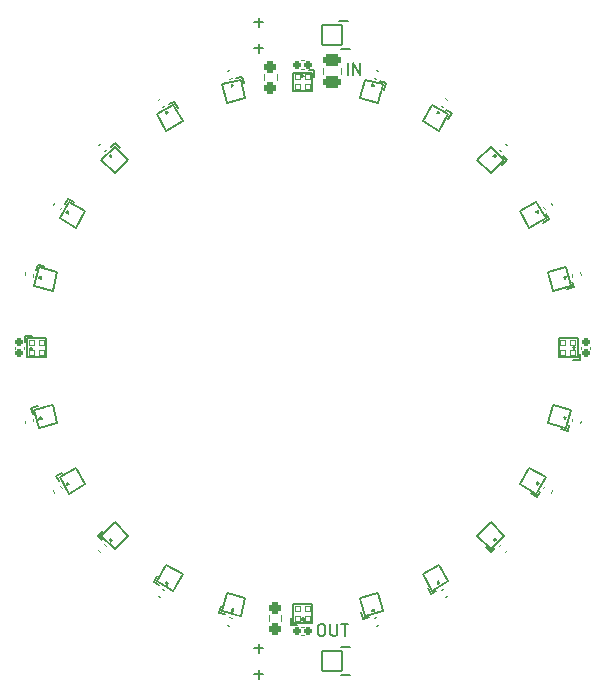
<source format=gto>
G04 #@! TF.GenerationSoftware,KiCad,Pcbnew,7.0.2-6a45011f42~172~ubuntu22.04.1*
G04 #@! TF.CreationDate,2023-05-13T10:54:30-06:00*
G04 #@! TF.ProjectId,ring-50mm,72696e67-2d35-4306-9d6d-2e6b69636164,rev?*
G04 #@! TF.SameCoordinates,Original*
G04 #@! TF.FileFunction,Legend,Top*
G04 #@! TF.FilePolarity,Positive*
%FSLAX46Y46*%
G04 Gerber Fmt 4.6, Leading zero omitted, Abs format (unit mm)*
G04 Created by KiCad (PCBNEW 7.0.2-6a45011f42~172~ubuntu22.04.1) date 2023-05-13 10:54:30*
%MOMM*%
%LPD*%
G01*
G04 APERTURE LIST*
G04 Aperture macros list*
%AMRoundRect*
0 Rectangle with rounded corners*
0 $1 Rounding radius*
0 $2 $3 $4 $5 $6 $7 $8 $9 X,Y pos of 4 corners*
0 Add a 4 corners polygon primitive as box body*
4,1,4,$2,$3,$4,$5,$6,$7,$8,$9,$2,$3,0*
0 Add four circle primitives for the rounded corners*
1,1,$1+$1,$2,$3*
1,1,$1+$1,$4,$5*
1,1,$1+$1,$6,$7*
1,1,$1+$1,$8,$9*
0 Add four rect primitives between the rounded corners*
20,1,$1+$1,$2,$3,$4,$5,0*
20,1,$1+$1,$4,$5,$6,$7,0*
20,1,$1+$1,$6,$7,$8,$9,0*
20,1,$1+$1,$8,$9,$2,$3,0*%
G04 Aperture macros list end*
%ADD10C,0.150000*%
%ADD11C,0.120000*%
%ADD12RoundRect,0.050000X-0.082356X0.307356X-0.307356X-0.082356X0.082356X-0.307356X0.307356X0.082356X0*%
%ADD13RoundRect,0.190000X0.219203X0.021213X0.021213X0.219203X-0.219203X-0.021213X-0.021213X-0.219203X0*%
%ADD14RoundRect,0.190000X-0.217224X0.036244X-0.077224X-0.206244X0.217224X-0.036244X0.077224X0.206244X0*%
%ADD15RoundRect,0.050000X0.159099X-0.275568X0.275568X0.159099X-0.159099X0.275568X-0.275568X-0.159099X0*%
%ADD16RoundRect,0.190000X-0.140000X-0.170000X0.140000X-0.170000X0.140000X0.170000X-0.140000X0.170000X0*%
%ADD17RoundRect,0.050000X0.318198X0.000000X0.000000X0.318198X-0.318198X0.000000X0.000000X-0.318198X0*%
%ADD18RoundRect,0.050000X0.000000X0.318198X-0.318198X0.000000X0.000000X-0.318198X0.318198X0.000000X0*%
%ADD19RoundRect,0.050000X0.000000X-0.318198X0.318198X0.000000X0.000000X0.318198X-0.318198X0.000000X0*%
%ADD20RoundRect,0.050000X0.082356X0.307356X-0.307356X0.082356X-0.082356X-0.307356X0.307356X-0.082356X0*%
%ADD21RoundRect,0.190000X0.217224X-0.036244X0.077224X0.206244X-0.217224X0.036244X-0.077224X-0.206244X0*%
%ADD22RoundRect,0.300000X0.475000X-0.250000X0.475000X0.250000X-0.475000X0.250000X-0.475000X-0.250000X0*%
%ADD23RoundRect,0.190000X-0.077224X0.206244X-0.217224X-0.036244X0.077224X-0.206244X0.217224X0.036244X0*%
%ADD24RoundRect,0.190000X0.091230X0.200442X-0.179229X0.127973X-0.091230X-0.200442X0.179229X-0.127973X0*%
%ADD25RoundRect,0.050000X-0.275568X0.159099X-0.159099X-0.275568X0.275568X-0.159099X0.159099X0.275568X0*%
%ADD26RoundRect,0.190000X0.179229X0.127973X-0.091230X0.200442X-0.179229X-0.127973X0.091230X-0.200442X0*%
%ADD27RoundRect,0.050000X0.082356X-0.307356X0.307356X0.082356X-0.082356X0.307356X-0.307356X-0.082356X0*%
%ADD28RoundRect,0.050000X0.275568X-0.159099X0.159099X0.275568X-0.275568X0.159099X-0.159099X-0.275568X0*%
%ADD29RoundRect,0.190000X-0.206244X-0.077224X0.036244X-0.217224X0.206244X0.077224X-0.036244X0.217224X0*%
%ADD30RoundRect,0.190000X0.077224X-0.206244X0.217224X0.036244X-0.077224X0.206244X-0.217224X-0.036244X0*%
%ADD31RoundRect,0.050000X-0.082356X-0.307356X0.307356X-0.082356X0.082356X0.307356X-0.307356X0.082356X0*%
%ADD32RoundRect,0.190000X0.036244X0.217224X-0.206244X0.077224X-0.036244X-0.217224X0.206244X-0.077224X0*%
%ADD33RoundRect,0.190000X-0.036244X-0.217224X0.206244X-0.077224X0.036244X0.217224X-0.206244X0.077224X0*%
%ADD34RoundRect,0.287500X-0.237500X0.250000X-0.237500X-0.250000X0.237500X-0.250000X0.237500X0.250000X0*%
%ADD35RoundRect,0.050000X-0.275568X-0.159099X0.159099X-0.275568X0.275568X0.159099X-0.159099X0.275568X0*%
%ADD36RoundRect,0.050000X0.225000X0.225000X-0.225000X0.225000X-0.225000X-0.225000X0.225000X-0.225000X0*%
%ADD37RoundRect,0.050000X-0.159099X0.275568X-0.275568X-0.159099X0.159099X-0.275568X0.275568X0.159099X0*%
%ADD38RoundRect,0.190000X0.140000X0.170000X-0.140000X0.170000X-0.140000X-0.170000X0.140000X-0.170000X0*%
%ADD39RoundRect,0.190000X-0.127973X0.179229X-0.200442X-0.091230X0.127973X-0.179229X0.200442X0.091230X0*%
%ADD40RoundRect,0.050000X0.159099X0.275568X-0.275568X0.159099X-0.159099X-0.275568X0.275568X-0.159099X0*%
%ADD41RoundRect,0.050000X0.275568X0.159099X-0.159099X0.275568X-0.275568X-0.159099X0.159099X-0.275568X0*%
%ADD42RoundRect,0.190000X-0.179229X-0.127973X0.091230X-0.200442X0.179229X0.127973X-0.091230X0.200442X0*%
%ADD43RoundRect,0.190000X-0.091230X-0.200442X0.179229X-0.127973X0.091230X0.200442X-0.179229X0.127973X0*%
%ADD44RoundRect,0.050000X-0.307356X0.082356X-0.082356X-0.307356X0.307356X-0.082356X0.082356X0.307356X0*%
%ADD45RoundRect,0.190000X-0.219203X-0.021213X-0.021213X-0.219203X0.219203X0.021213X0.021213X0.219203X0*%
%ADD46RoundRect,0.050000X0.307356X0.082356X-0.082356X0.307356X-0.307356X-0.082356X0.082356X-0.307356X0*%
%ADD47RoundRect,0.050000X-0.225000X0.225000X-0.225000X-0.225000X0.225000X-0.225000X0.225000X0.225000X0*%
%ADD48RoundRect,0.190000X-0.170000X0.140000X-0.170000X-0.140000X0.170000X-0.140000X0.170000X0.140000X0*%
%ADD49RoundRect,0.190000X0.021213X-0.219203X0.219203X-0.021213X-0.021213X0.219203X-0.219203X0.021213X0*%
%ADD50RoundRect,0.190000X-0.200442X0.091230X-0.127973X-0.179229X0.200442X-0.091230X0.127973X0.179229X0*%
%ADD51RoundRect,0.050000X-0.225000X-0.225000X0.225000X-0.225000X0.225000X0.225000X-0.225000X0.225000X0*%
%ADD52RoundRect,0.050000X-0.318198X0.000000X0.000000X-0.318198X0.318198X0.000000X0.000000X0.318198X0*%
%ADD53RoundRect,0.050000X-0.850000X0.850000X-0.850000X-0.850000X0.850000X-0.850000X0.850000X0.850000X0*%
%ADD54O,1.800000X1.800000*%
%ADD55RoundRect,0.190000X0.127973X-0.179229X0.200442X0.091230X-0.127973X0.179229X-0.200442X-0.091230X0*%
%ADD56RoundRect,0.190000X-0.021213X0.219203X-0.219203X0.021213X0.021213X-0.219203X0.219203X-0.021213X0*%
%ADD57RoundRect,0.050000X0.225000X-0.225000X0.225000X0.225000X-0.225000X0.225000X-0.225000X-0.225000X0*%
%ADD58RoundRect,0.190000X0.206244X0.077224X-0.036244X0.217224X-0.206244X-0.077224X0.036244X-0.217224X0*%
%ADD59RoundRect,0.050000X-0.307356X-0.082356X0.082356X-0.307356X0.307356X0.082356X-0.082356X0.307356X0*%
%ADD60RoundRect,0.190000X0.170000X-0.140000X0.170000X0.140000X-0.170000X0.140000X-0.170000X-0.140000X0*%
%ADD61RoundRect,0.050000X-0.159099X-0.275568X0.275568X-0.159099X0.159099X0.275568X-0.275568X0.159099X0*%
%ADD62RoundRect,0.050000X0.307356X-0.082356X0.082356X0.307356X-0.307356X0.082356X-0.082356X-0.307356X0*%
%ADD63RoundRect,0.190000X0.200442X-0.091230X0.127973X0.179229X-0.200442X0.091230X-0.127973X-0.179229X0*%
G04 APERTURE END LIST*
D10*
X154638095Y-120196666D02*
X155400000Y-120196666D01*
X147338095Y-67096666D02*
X148100000Y-67096666D01*
X147719047Y-67477619D02*
X147719047Y-66715714D01*
X155238095Y-69377619D02*
X155238095Y-68377619D01*
X155714285Y-69377619D02*
X155714285Y-68377619D01*
X155714285Y-68377619D02*
X156285713Y-69377619D01*
X156285713Y-69377619D02*
X156285713Y-68377619D01*
X154638095Y-117796666D02*
X155400000Y-117796666D01*
X147338095Y-117896666D02*
X148100000Y-117896666D01*
X147719047Y-118277619D02*
X147719047Y-117515714D01*
X154638095Y-67196666D02*
X155400000Y-67196666D01*
X152928571Y-115877619D02*
X153119047Y-115877619D01*
X153119047Y-115877619D02*
X153214285Y-115925238D01*
X153214285Y-115925238D02*
X153309523Y-116020476D01*
X153309523Y-116020476D02*
X153357142Y-116210952D01*
X153357142Y-116210952D02*
X153357142Y-116544285D01*
X153357142Y-116544285D02*
X153309523Y-116734761D01*
X153309523Y-116734761D02*
X153214285Y-116830000D01*
X153214285Y-116830000D02*
X153119047Y-116877619D01*
X153119047Y-116877619D02*
X152928571Y-116877619D01*
X152928571Y-116877619D02*
X152833333Y-116830000D01*
X152833333Y-116830000D02*
X152738095Y-116734761D01*
X152738095Y-116734761D02*
X152690476Y-116544285D01*
X152690476Y-116544285D02*
X152690476Y-116210952D01*
X152690476Y-116210952D02*
X152738095Y-116020476D01*
X152738095Y-116020476D02*
X152833333Y-115925238D01*
X152833333Y-115925238D02*
X152928571Y-115877619D01*
X153785714Y-115877619D02*
X153785714Y-116687142D01*
X153785714Y-116687142D02*
X153833333Y-116782380D01*
X153833333Y-116782380D02*
X153880952Y-116830000D01*
X153880952Y-116830000D02*
X153976190Y-116877619D01*
X153976190Y-116877619D02*
X154166666Y-116877619D01*
X154166666Y-116877619D02*
X154261904Y-116830000D01*
X154261904Y-116830000D02*
X154309523Y-116782380D01*
X154309523Y-116782380D02*
X154357142Y-116687142D01*
X154357142Y-116687142D02*
X154357142Y-115877619D01*
X154690476Y-115877619D02*
X155261904Y-115877619D01*
X154976190Y-116877619D02*
X154976190Y-115877619D01*
X154538095Y-64796666D02*
X155300000Y-64796666D01*
X147338095Y-64896666D02*
X148100000Y-64896666D01*
X147719047Y-65277619D02*
X147719047Y-64515714D01*
X147338095Y-120096666D02*
X148100000Y-120096666D01*
X147719047Y-120477619D02*
X147719047Y-119715714D01*
G04 #@! TO.C,D21*
X132093018Y-80158975D02*
X131573403Y-79858975D01*
X131573403Y-79858975D02*
X131323403Y-80291987D01*
X131556415Y-80888397D02*
X131543018Y-81111603D01*
X131543018Y-81111603D02*
X131369813Y-81011603D01*
X131369813Y-81011603D02*
X131556415Y-80888397D01*
X133032248Y-80932180D02*
X132232248Y-82317820D01*
X132232248Y-82317820D02*
X130846608Y-81517820D01*
X130846608Y-81517820D02*
X131646608Y-80132180D01*
X131646608Y-80132180D02*
X133032248Y-80932180D01*
D11*
G04 #@! TO.C,C16*
X134288807Y-109758695D02*
X134136304Y-109606192D01*
X134797924Y-109249578D02*
X134645421Y-109097075D01*
G04 #@! TO.C,C5*
X172440810Y-80214111D02*
X172548646Y-80400889D01*
X171817272Y-80574111D02*
X171925108Y-80760889D01*
D10*
G04 #@! TO.C,D8*
X173285882Y-99367881D02*
X173865438Y-99523173D01*
X173865438Y-99523173D02*
X173994847Y-99040210D01*
X173615412Y-98524430D02*
X173570583Y-98305363D01*
X173570583Y-98305363D02*
X173763768Y-98357127D01*
X173763768Y-98357127D02*
X173615412Y-98524430D01*
X172178535Y-98864113D02*
X172592646Y-97318632D01*
X172592646Y-97318632D02*
X174138127Y-97732743D01*
X174138127Y-97732743D02*
X173724016Y-99278224D01*
X173724016Y-99278224D02*
X172178535Y-98864113D01*
D11*
G04 #@! TO.C,C1*
X151312164Y-68140000D02*
X151527836Y-68140000D01*
X151312164Y-68860000D02*
X151527836Y-68860000D01*
D10*
G04 #@! TO.C,D4*
X168324851Y-76989361D02*
X168749116Y-76565097D01*
X168749116Y-76565097D02*
X168395562Y-76211544D01*
X167759166Y-76282254D02*
X167547034Y-76211544D01*
X167547034Y-76211544D02*
X167688455Y-76070122D01*
X167688455Y-76070122D02*
X167759166Y-76282254D01*
X167334902Y-77696468D02*
X166203531Y-76565097D01*
X166203531Y-76565097D02*
X167334902Y-75433726D01*
X167334902Y-75433726D02*
X168466273Y-76565097D01*
X168466273Y-76565097D02*
X167334902Y-77696468D01*
G04 #@! TO.C,D22*
X135939361Y-75575148D02*
X135515097Y-75150883D01*
X135515097Y-75150883D02*
X135161544Y-75504437D01*
X135232254Y-76140833D02*
X135161544Y-76352965D01*
X135161544Y-76352965D02*
X135020122Y-76211544D01*
X135020122Y-76211544D02*
X135232254Y-76140833D01*
X136646468Y-76565097D02*
X135515097Y-77696468D01*
X135515097Y-77696468D02*
X134383726Y-76565097D01*
X134383726Y-76565097D02*
X135515097Y-75433726D01*
X135515097Y-75433726D02*
X136646468Y-76565097D01*
G04 #@! TO.C,D10*
X166910638Y-109374851D02*
X167334902Y-109799116D01*
X167334902Y-109799116D02*
X167688455Y-109445562D01*
X167617745Y-108809166D02*
X167688455Y-108597034D01*
X167688455Y-108597034D02*
X167829877Y-108738455D01*
X167829877Y-108738455D02*
X167617745Y-108809166D01*
X166203531Y-108384902D02*
X167334902Y-107253531D01*
X167334902Y-107253531D02*
X168466273Y-108384902D01*
X168466273Y-108384902D02*
X167334902Y-109516273D01*
X167334902Y-109516273D02*
X166203531Y-108384902D01*
G04 #@! TO.C,D23*
X140841025Y-72143018D02*
X140541025Y-71623403D01*
X140541025Y-71623403D02*
X140108013Y-71873403D01*
X140011603Y-72506415D02*
X139888397Y-72693018D01*
X139888397Y-72693018D02*
X139788397Y-72519813D01*
X139788397Y-72519813D02*
X140011603Y-72506415D01*
X141267820Y-73282248D02*
X139882180Y-74082248D01*
X139882180Y-74082248D02*
X139082180Y-72696608D01*
X139082180Y-72696608D02*
X140467820Y-71896608D01*
X140467820Y-71896608D02*
X141267820Y-73282248D01*
D11*
G04 #@! TO.C,C17*
X130399189Y-104735889D02*
X130291353Y-104549111D01*
X131022727Y-104375889D02*
X130914891Y-104189111D01*
G04 #@! TO.C,C25*
X153165000Y-69311252D02*
X153165000Y-68788748D01*
X154635000Y-69311252D02*
X154635000Y-68788748D01*
G04 #@! TO.C,C9*
X172548646Y-104549111D02*
X172440810Y-104735889D01*
X171925108Y-104189111D02*
X171817272Y-104375889D01*
G04 #@! TO.C,C12*
X157822522Y-115952894D02*
X157614199Y-116008714D01*
X157636173Y-115257428D02*
X157427850Y-115313248D01*
D10*
G04 #@! TO.C,D18*
X129046479Y-97436030D02*
X128466923Y-97591321D01*
X128466923Y-97591321D02*
X128596333Y-98074284D01*
X129182823Y-98331245D02*
X129331180Y-98498548D01*
X129331180Y-98498548D02*
X129137994Y-98550312D01*
X129137994Y-98550312D02*
X129182823Y-98331245D01*
X130257353Y-97318632D02*
X130671464Y-98864113D01*
X130671464Y-98864113D02*
X129125983Y-99278224D01*
X129125983Y-99278224D02*
X128711872Y-97732743D01*
X128711872Y-97732743D02*
X130257353Y-97318632D01*
D11*
G04 #@! TO.C,C14*
X145225800Y-116008714D02*
X145017477Y-115952894D01*
X145412149Y-115313248D02*
X145203826Y-115257428D01*
D10*
G04 #@! TO.C,D9*
X170756981Y-104791025D02*
X171276596Y-105091025D01*
X171276596Y-105091025D02*
X171526596Y-104658013D01*
X171293584Y-104061603D02*
X171306981Y-103838397D01*
X171306981Y-103838397D02*
X171480186Y-103938397D01*
X171480186Y-103938397D02*
X171293584Y-104061603D01*
X169817751Y-104017820D02*
X170617751Y-102632180D01*
X170617751Y-102632180D02*
X172003391Y-103432180D01*
X172003391Y-103432180D02*
X171203391Y-104817820D01*
X171203391Y-104817820D02*
X169817751Y-104017820D01*
G04 #@! TO.C,D6*
X173803520Y-87513969D02*
X174383076Y-87358678D01*
X174383076Y-87358678D02*
X174253666Y-86875715D01*
X173667176Y-86618754D02*
X173518819Y-86451451D01*
X173518819Y-86451451D02*
X173712005Y-86399687D01*
X173712005Y-86399687D02*
X173667176Y-86618754D01*
X172592646Y-87631367D02*
X172178535Y-86085886D01*
X172178535Y-86085886D02*
X173724016Y-85671775D01*
X173724016Y-85671775D02*
X174138127Y-87217256D01*
X174138127Y-87217256D02*
X172592646Y-87631367D01*
D11*
G04 #@! TO.C,C3*
X163494111Y-71346353D02*
X163680889Y-71454189D01*
X163134111Y-71969891D02*
X163320889Y-72077727D01*
G04 #@! TO.C,C21*
X130291353Y-80400889D02*
X130399189Y-80214111D01*
X130914891Y-80760889D02*
X131022727Y-80574111D01*
D10*
G04 #@! TO.C,D11*
X162008975Y-112806981D02*
X162308975Y-113326596D01*
X162308975Y-113326596D02*
X162741987Y-113076596D01*
X162838397Y-112443584D02*
X162961603Y-112256981D01*
X162961603Y-112256981D02*
X163061603Y-112430186D01*
X163061603Y-112430186D02*
X162838397Y-112443584D01*
X161582180Y-111667751D02*
X162967820Y-110867751D01*
X162967820Y-110867751D02*
X163767820Y-112253391D01*
X163767820Y-112253391D02*
X162382180Y-113053391D01*
X162382180Y-113053391D02*
X161582180Y-111667751D01*
D11*
G04 #@! TO.C,C11*
X163680889Y-113495810D02*
X163494111Y-113603646D01*
X163320889Y-112872272D02*
X163134111Y-112980108D01*
G04 #@! TO.C,C23*
X139159111Y-71454189D02*
X139345889Y-71346353D01*
X139519111Y-72077727D02*
X139705889Y-71969891D01*
G04 #@! TO.C,R2*
X149622500Y-115132776D02*
X149622500Y-115642224D01*
X148577500Y-115132776D02*
X148577500Y-115642224D01*
D10*
G04 #@! TO.C,D14*
X144532118Y-114335882D02*
X144376826Y-114915438D01*
X144376826Y-114915438D02*
X144859789Y-115044847D01*
X145375569Y-114665412D02*
X145594636Y-114620583D01*
X145594636Y-114620583D02*
X145542872Y-114813768D01*
X145542872Y-114813768D02*
X145375569Y-114665412D01*
X145035886Y-113228535D02*
X146581367Y-113642646D01*
X146581367Y-113642646D02*
X146167256Y-115188127D01*
X146167256Y-115188127D02*
X144621775Y-114774016D01*
X144621775Y-114774016D02*
X145035886Y-113228535D01*
G04 #@! TO.C,D1*
X152425000Y-69575000D02*
X152425000Y-68975000D01*
X152425000Y-68975000D02*
X151925000Y-68975000D01*
X151525000Y-69475000D02*
X151325000Y-69575000D01*
X151325000Y-69575000D02*
X151325000Y-69375000D01*
X151325000Y-69375000D02*
X151525000Y-69475000D01*
X152225000Y-70775000D02*
X150625000Y-70775000D01*
X150625000Y-70775000D02*
X150625000Y-69175000D01*
X150625000Y-69175000D02*
X152225000Y-69175000D01*
X152225000Y-69175000D02*
X152225000Y-70775000D01*
G04 #@! TO.C,D20*
X129564117Y-85582118D02*
X128984561Y-85426826D01*
X128984561Y-85426826D02*
X128855152Y-85909789D01*
X129234587Y-86425569D02*
X129279416Y-86644636D01*
X129279416Y-86644636D02*
X129086231Y-86592872D01*
X129086231Y-86592872D02*
X129234587Y-86425569D01*
X130671464Y-86085886D02*
X130257353Y-87631367D01*
X130257353Y-87631367D02*
X128711872Y-87217256D01*
X128711872Y-87217256D02*
X129125983Y-85671775D01*
X129125983Y-85671775D02*
X130671464Y-86085886D01*
D11*
G04 #@! TO.C,C13*
X151527836Y-116810000D02*
X151312164Y-116810000D01*
X151527836Y-116090000D02*
X151312164Y-116090000D01*
G04 #@! TO.C,C8*
X174953714Y-98669199D02*
X174897894Y-98877522D01*
X174258248Y-98482850D02*
X174202428Y-98691173D01*
D10*
G04 #@! TO.C,D24*
X146463969Y-70096479D02*
X146308678Y-69516923D01*
X146308678Y-69516923D02*
X145825715Y-69646333D01*
X145568754Y-70232823D02*
X145401451Y-70381180D01*
X145401451Y-70381180D02*
X145349687Y-70187994D01*
X145349687Y-70187994D02*
X145568754Y-70232823D01*
X146581367Y-71307353D02*
X145035886Y-71721464D01*
X145035886Y-71721464D02*
X144621775Y-70175983D01*
X144621775Y-70175983D02*
X146167256Y-69761872D01*
X146167256Y-69761872D02*
X146581367Y-71307353D01*
G04 #@! TO.C,D2*
X158317881Y-70614117D02*
X158473173Y-70034561D01*
X158473173Y-70034561D02*
X157990210Y-69905152D01*
X157474430Y-70284587D02*
X157255363Y-70329416D01*
X157255363Y-70329416D02*
X157307127Y-70136231D01*
X157307127Y-70136231D02*
X157474430Y-70284587D01*
X157814113Y-71721464D02*
X156268632Y-71307353D01*
X156268632Y-71307353D02*
X156682743Y-69761872D01*
X156682743Y-69761872D02*
X158228224Y-70175983D01*
X158228224Y-70175983D02*
X157814113Y-71721464D01*
D11*
G04 #@! TO.C,C2*
X157614199Y-68941285D02*
X157822522Y-68997105D01*
X157427850Y-69636751D02*
X157636173Y-69692571D01*
G04 #@! TO.C,C24*
X145017477Y-68997105D02*
X145225800Y-68941285D01*
X145203826Y-69692571D02*
X145412149Y-69636751D01*
D10*
G04 #@! TO.C,D17*
X131093018Y-103058975D02*
X130573403Y-103358975D01*
X130573403Y-103358975D02*
X130823403Y-103791987D01*
X131456415Y-103888397D02*
X131643018Y-104011603D01*
X131643018Y-104011603D02*
X131469813Y-104111603D01*
X131469813Y-104111603D02*
X131456415Y-103888397D01*
X132232248Y-102632180D02*
X133032248Y-104017820D01*
X133032248Y-104017820D02*
X131646608Y-104817820D01*
X131646608Y-104817820D02*
X130846608Y-103432180D01*
X130846608Y-103432180D02*
X132232248Y-102632180D01*
D11*
G04 #@! TO.C,C4*
X168551192Y-75191304D02*
X168703695Y-75343807D01*
X168042075Y-75700421D02*
X168194578Y-75852924D01*
D10*
G04 #@! TO.C,D3*
X163741025Y-73143018D02*
X164041025Y-72623403D01*
X164041025Y-72623403D02*
X163608013Y-72373403D01*
X163011603Y-72606415D02*
X162788397Y-72593018D01*
X162788397Y-72593018D02*
X162888397Y-72419813D01*
X162888397Y-72419813D02*
X163011603Y-72606415D01*
X162967820Y-74082248D02*
X161582180Y-73282248D01*
X161582180Y-73282248D02*
X162382180Y-71896608D01*
X162382180Y-71896608D02*
X163767820Y-72696608D01*
X163767820Y-72696608D02*
X162967820Y-74082248D01*
G04 #@! TO.C,D19*
X128525000Y-91475000D02*
X127925000Y-91475000D01*
X127925000Y-91475000D02*
X127925000Y-91975000D01*
X128425000Y-92375000D02*
X128525000Y-92575000D01*
X128525000Y-92575000D02*
X128325000Y-92575000D01*
X128325000Y-92575000D02*
X128425000Y-92375000D01*
X129725000Y-91675000D02*
X128125000Y-91675000D01*
X128125000Y-91675000D02*
X128125000Y-93275000D01*
X128125000Y-93275000D02*
X129725000Y-93275000D01*
X129725000Y-93275000D02*
X129725000Y-91675000D01*
D11*
G04 #@! TO.C,C7*
X175755000Y-92367164D02*
X175755000Y-92582836D01*
X175035000Y-92367164D02*
X175035000Y-92582836D01*
G04 #@! TO.C,C22*
X134136304Y-75343807D02*
X134288807Y-75191304D01*
X134645421Y-75852924D02*
X134797924Y-75700421D01*
G04 #@! TO.C,C6*
X174897894Y-86072477D02*
X174953714Y-86280800D01*
X174202428Y-86258826D02*
X174258248Y-86467149D01*
G04 #@! TO.C,R1*
X149222500Y-69332776D02*
X149222500Y-69842224D01*
X148177500Y-69332776D02*
X148177500Y-69842224D01*
D10*
G04 #@! TO.C,D13*
X150425000Y-115375000D02*
X150425000Y-115975000D01*
X150425000Y-115975000D02*
X150925000Y-115975000D01*
X151325000Y-115475000D02*
X151525000Y-115375000D01*
X151525000Y-115375000D02*
X151525000Y-115575000D01*
X151525000Y-115575000D02*
X151325000Y-115475000D01*
X150625000Y-114175000D02*
X152225000Y-114175000D01*
X152225000Y-114175000D02*
X152225000Y-115775000D01*
X152225000Y-115775000D02*
X150625000Y-115775000D01*
X150625000Y-115775000D02*
X150625000Y-114175000D01*
G04 #@! TO.C,D16*
X134525148Y-107960638D02*
X134100883Y-108384902D01*
X134100883Y-108384902D02*
X134454437Y-108738455D01*
X135090833Y-108667745D02*
X135302965Y-108738455D01*
X135302965Y-108738455D02*
X135161544Y-108879877D01*
X135161544Y-108879877D02*
X135090833Y-108667745D01*
X135515097Y-107253531D02*
X136646468Y-108384902D01*
X136646468Y-108384902D02*
X135515097Y-109516273D01*
X135515097Y-109516273D02*
X134383726Y-108384902D01*
X134383726Y-108384902D02*
X135515097Y-107253531D01*
D11*
G04 #@! TO.C,C20*
X127886285Y-86280800D02*
X127942105Y-86072477D01*
X128581751Y-86467149D02*
X128637571Y-86258826D01*
G04 #@! TO.C,C10*
X168703695Y-109606192D02*
X168551192Y-109758695D01*
X168194578Y-109097075D02*
X168042075Y-109249578D01*
D10*
G04 #@! TO.C,D7*
X174325000Y-93475000D02*
X174925000Y-93475000D01*
X174925000Y-93475000D02*
X174925000Y-92975000D01*
X174425000Y-92575000D02*
X174325000Y-92375000D01*
X174325000Y-92375000D02*
X174525000Y-92375000D01*
X174525000Y-92375000D02*
X174425000Y-92575000D01*
X173125000Y-93275000D02*
X174725000Y-93275000D01*
X174725000Y-93275000D02*
X174725000Y-91675000D01*
X174725000Y-91675000D02*
X173125000Y-91675000D01*
X173125000Y-91675000D02*
X173125000Y-93275000D01*
D11*
G04 #@! TO.C,C15*
X139345889Y-113603646D02*
X139159111Y-113495810D01*
X139705889Y-112980108D02*
X139519111Y-112872272D01*
D10*
G04 #@! TO.C,D15*
X139108975Y-111806981D02*
X138808975Y-112326596D01*
X138808975Y-112326596D02*
X139241987Y-112576596D01*
X139838397Y-112343584D02*
X140061603Y-112356981D01*
X140061603Y-112356981D02*
X139961603Y-112530186D01*
X139961603Y-112530186D02*
X139838397Y-112343584D01*
X139882180Y-110867751D02*
X141267820Y-111667751D01*
X141267820Y-111667751D02*
X140467820Y-113053391D01*
X140467820Y-113053391D02*
X139082180Y-112253391D01*
X139082180Y-112253391D02*
X139882180Y-110867751D01*
D11*
G04 #@! TO.C,C19*
X127085000Y-92582836D02*
X127085000Y-92367164D01*
X127805000Y-92582836D02*
X127805000Y-92367164D01*
D10*
G04 #@! TO.C,D12*
X156386030Y-114853520D02*
X156541321Y-115433076D01*
X156541321Y-115433076D02*
X157024284Y-115303666D01*
X157281245Y-114717176D02*
X157448548Y-114568819D01*
X157448548Y-114568819D02*
X157500312Y-114762005D01*
X157500312Y-114762005D02*
X157281245Y-114717176D01*
X156268632Y-113642646D02*
X157814113Y-113228535D01*
X157814113Y-113228535D02*
X158228224Y-114774016D01*
X158228224Y-114774016D02*
X156682743Y-115188127D01*
X156682743Y-115188127D02*
X156268632Y-113642646D01*
G04 #@! TO.C,D5*
X171756981Y-81891025D02*
X172276596Y-81591025D01*
X172276596Y-81591025D02*
X172026596Y-81158013D01*
X171393584Y-81061603D02*
X171206981Y-80938397D01*
X171206981Y-80938397D02*
X171380186Y-80838397D01*
X171380186Y-80838397D02*
X171393584Y-81061603D01*
X170617751Y-82317820D02*
X169817751Y-80932180D01*
X169817751Y-80932180D02*
X171203391Y-80132180D01*
X171203391Y-80132180D02*
X172003391Y-81517820D01*
X172003391Y-81517820D02*
X170617751Y-82317820D01*
D11*
G04 #@! TO.C,C18*
X127942105Y-98877522D02*
X127886285Y-98669199D01*
X128637571Y-98691173D02*
X128581751Y-98482850D01*
G04 #@! TD*
%LPC*%
D12*
G04 #@! TO.C,D21*
X132519989Y-81069439D03*
X132094989Y-81805561D03*
X131783867Y-80644439D03*
X131358867Y-81380561D03*
G04 #@! TD*
D13*
G04 #@! TO.C,C16*
X134806525Y-109767296D03*
X134127703Y-109088474D03*
G04 #@! TD*
D14*
G04 #@! TO.C,C5*
X171942959Y-80071808D03*
X172422959Y-80903192D03*
G04 #@! TD*
D15*
G04 #@! TO.C,D8*
X172637814Y-98598948D03*
X172857811Y-97777911D03*
X173458851Y-98818945D03*
X173678848Y-97997908D03*
G04 #@! TD*
D16*
G04 #@! TO.C,C1*
X150940000Y-68500000D03*
X151900000Y-68500000D03*
G04 #@! TD*
D17*
G04 #@! TO.C,D4*
X167334902Y-77166138D03*
X166733861Y-76565097D03*
X167935943Y-76565097D03*
X167334902Y-75964056D03*
G04 #@! TD*
D18*
G04 #@! TO.C,D22*
X136116138Y-76565097D03*
X135515097Y-77166138D03*
X135515097Y-75964056D03*
X134914056Y-76565097D03*
G04 #@! TD*
D19*
G04 #@! TO.C,D10*
X166733861Y-108384902D03*
X167334902Y-107783861D03*
X167334902Y-108985943D03*
X167935943Y-108384902D03*
G04 #@! TD*
D20*
G04 #@! TO.C,D23*
X140755561Y-73144989D03*
X140019439Y-73569989D03*
X140330561Y-72408867D03*
X139594439Y-72833867D03*
G04 #@! TD*
D21*
G04 #@! TO.C,C17*
X130897040Y-104878192D03*
X130417040Y-104046808D03*
G04 #@! TD*
D22*
G04 #@! TO.C,C25*
X153900000Y-70000000D03*
X153900000Y-68100000D03*
G04 #@! TD*
D23*
G04 #@! TO.C,C9*
X172422959Y-104046808D03*
X171942959Y-104878192D03*
G04 #@! TD*
D24*
G04 #@! TO.C,C12*
X158088830Y-115508838D03*
X157161542Y-115757304D03*
G04 #@! TD*
D25*
G04 #@! TO.C,D18*
X129992188Y-97777911D03*
X130212185Y-98598948D03*
X129171151Y-97997908D03*
X129391148Y-98818945D03*
G04 #@! TD*
D26*
G04 #@! TO.C,C14*
X145678457Y-115757304D03*
X144751169Y-115508838D03*
G04 #@! TD*
D27*
G04 #@! TO.C,D9*
X170330010Y-103880561D03*
X170755010Y-103144439D03*
X171066132Y-104305561D03*
X171491132Y-103569439D03*
G04 #@! TD*
D28*
G04 #@! TO.C,D6*
X172857811Y-87172088D03*
X172637814Y-86351051D03*
X173678848Y-86952091D03*
X173458851Y-86131054D03*
G04 #@! TD*
D29*
G04 #@! TO.C,C3*
X162991808Y-71472040D03*
X163823192Y-71952040D03*
G04 #@! TD*
D30*
G04 #@! TO.C,C21*
X130417040Y-80903192D03*
X130897040Y-80071808D03*
G04 #@! TD*
D31*
G04 #@! TO.C,D11*
X162094439Y-111805010D03*
X162830561Y-111380010D03*
X162519439Y-112541132D03*
X163255561Y-112116132D03*
G04 #@! TD*
D32*
G04 #@! TO.C,C11*
X163823192Y-112997959D03*
X162991808Y-113477959D03*
G04 #@! TD*
D33*
G04 #@! TO.C,C23*
X139016808Y-71952040D03*
X139848192Y-71472040D03*
G04 #@! TD*
D34*
G04 #@! TO.C,R2*
X149100000Y-114475000D03*
X149100000Y-116300000D03*
G04 #@! TD*
D35*
G04 #@! TO.C,D14*
X145301051Y-113687814D03*
X146122088Y-113907811D03*
X145081054Y-114508851D03*
X145902091Y-114728848D03*
G04 #@! TD*
D36*
G04 #@! TO.C,D1*
X151850000Y-70400000D03*
X151000000Y-70400000D03*
X151850000Y-69550000D03*
X151000000Y-69550000D03*
G04 #@! TD*
D37*
G04 #@! TO.C,D20*
X130212185Y-86351051D03*
X129992188Y-87172088D03*
X129391148Y-86131054D03*
X129171151Y-86952091D03*
G04 #@! TD*
D38*
G04 #@! TO.C,C13*
X151900000Y-116450000D03*
X150940000Y-116450000D03*
G04 #@! TD*
D39*
G04 #@! TO.C,C8*
X174702304Y-98216542D03*
X174453838Y-99143830D03*
G04 #@! TD*
D40*
G04 #@! TO.C,D24*
X146122088Y-71042188D03*
X145301051Y-71262185D03*
X145902091Y-70221151D03*
X145081054Y-70441148D03*
G04 #@! TD*
D41*
G04 #@! TO.C,D2*
X157548948Y-71262185D03*
X156727911Y-71042188D03*
X157768945Y-70441148D03*
X156947908Y-70221151D03*
G04 #@! TD*
D42*
G04 #@! TO.C,C2*
X157161542Y-69192695D03*
X158088830Y-69441161D03*
G04 #@! TD*
D43*
G04 #@! TO.C,C24*
X144751169Y-69441161D03*
X145678457Y-69192695D03*
G04 #@! TD*
D44*
G04 #@! TO.C,D17*
X132094989Y-103144439D03*
X132519989Y-103880561D03*
X131358867Y-103569439D03*
X131783867Y-104305561D03*
G04 #@! TD*
D45*
G04 #@! TO.C,C4*
X168033474Y-75182703D03*
X168712296Y-75861525D03*
G04 #@! TD*
D46*
G04 #@! TO.C,D3*
X162830561Y-73569989D03*
X162094439Y-73144989D03*
X163255561Y-72833867D03*
X162519439Y-72408867D03*
G04 #@! TD*
D47*
G04 #@! TO.C,D19*
X129350000Y-92050000D03*
X129350000Y-92900000D03*
X128500000Y-92050000D03*
X128500000Y-92900000D03*
G04 #@! TD*
D48*
G04 #@! TO.C,C7*
X175395000Y-91995000D03*
X175395000Y-92955000D03*
G04 #@! TD*
D49*
G04 #@! TO.C,C22*
X134127703Y-75861525D03*
X134806525Y-75182703D03*
G04 #@! TD*
D50*
G04 #@! TO.C,C6*
X174453838Y-85806169D03*
X174702304Y-86733457D03*
G04 #@! TD*
D34*
G04 #@! TO.C,R1*
X148700000Y-68675000D03*
X148700000Y-70500000D03*
G04 #@! TD*
D51*
G04 #@! TO.C,D13*
X151000000Y-114550000D03*
X151850000Y-114550000D03*
X151000000Y-115400000D03*
X151850000Y-115400000D03*
G04 #@! TD*
D52*
G04 #@! TO.C,D16*
X135515097Y-107783861D03*
X136116138Y-108384902D03*
X134914056Y-108384902D03*
X135515097Y-108985943D03*
G04 #@! TD*
D53*
G04 #@! TO.C,J2*
X153900000Y-119000000D03*
D54*
X151360000Y-119000000D03*
X148820000Y-119000000D03*
G04 #@! TD*
D55*
G04 #@! TO.C,C20*
X128137695Y-86733457D03*
X128386161Y-85806169D03*
G04 #@! TD*
D56*
G04 #@! TO.C,C10*
X168712296Y-109088474D03*
X168033474Y-109767296D03*
G04 #@! TD*
D57*
G04 #@! TO.C,D7*
X173500000Y-92900000D03*
X173500000Y-92050000D03*
X174350000Y-92900000D03*
X174350000Y-92050000D03*
G04 #@! TD*
D53*
G04 #@! TO.C,J1*
X153900000Y-66000000D03*
D54*
X151360000Y-66000000D03*
X148820000Y-66000000D03*
G04 #@! TD*
D58*
G04 #@! TO.C,C15*
X139848192Y-113477959D03*
X139016808Y-112997959D03*
G04 #@! TD*
D59*
G04 #@! TO.C,D15*
X140019439Y-111380010D03*
X140755561Y-111805010D03*
X139594439Y-112116132D03*
X140330561Y-112541132D03*
G04 #@! TD*
D60*
G04 #@! TO.C,C19*
X127445000Y-92955000D03*
X127445000Y-91995000D03*
G04 #@! TD*
D61*
G04 #@! TO.C,D12*
X156727911Y-113907811D03*
X157548948Y-113687814D03*
X156947908Y-114728848D03*
X157768945Y-114508851D03*
G04 #@! TD*
D62*
G04 #@! TO.C,D5*
X170755010Y-81805561D03*
X170330010Y-81069439D03*
X171491132Y-81380561D03*
X171066132Y-80644439D03*
G04 #@! TD*
D63*
G04 #@! TO.C,C18*
X128386161Y-99143830D03*
X128137695Y-98216542D03*
G04 #@! TD*
%LPD*%
M02*

</source>
